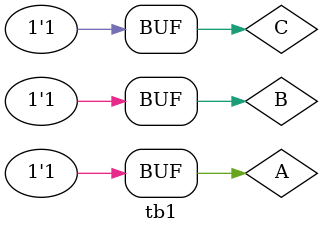
<source format=v>
module tb1;
    reg A, B, C;
    wire D, E; 
    main M1 (A, B, C, D, E); //M1 is the instance name and this line defines an instance
    initial begin //Beginning of a block of code
        A = 1'b0; // 1'b means 1 byte
        B = 1'b0;
        C = 1'b0;

        #20 A = 1'b0; //#20 is refresh time
        B = 1'b0;
        C = 1'b1;

        #20 A = 1'b0;
        B = 1'b1;
        C = 1'b0;

        #20 A = 1'b0;
        B = 1'b1;
        C = 1'b1;

        #20 A = 1'b1;
        B = 1'b0;
        C = 1'b0;

        #20 A = 1'b1;
        B = 1'b0;
        C = 1'b1;

        #20 A = 1'b1;
        B = 1'b1;
        C = 1'b0;

        #20 A = 1'b1;
        B = 1'b1;
        C = 1'b1;
    end
    initial begin
        $monitor($time, "A = %b, B = %b, C = %b, D = %b, E = %b", A, B, C, D, E); //display on the monitor
    end
    initial begin
        $dumpfile("Circuit1.vcd"); 
        $dumpvars(1, tb1);
    end
endmodule
</source>
